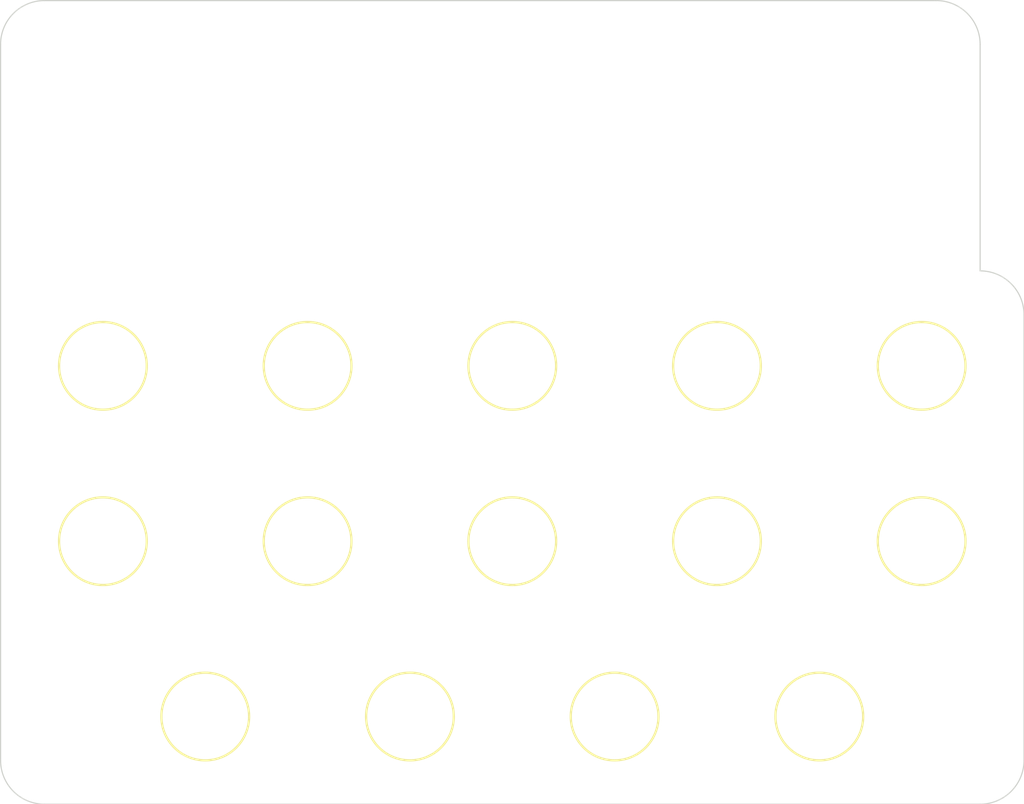
<source format=kicad_pcb>
(kicad_pcb
	(version 20241229)
	(generator "pcbnew")
	(generator_version "9.0")
	(general
		(thickness 0.806)
		(legacy_teardrops no)
	)
	(paper "A4")
	(layers
		(0 "F.Cu" signal)
		(4 "In1.Cu" signal)
		(6 "In2.Cu" signal)
		(2 "B.Cu" signal)
		(9 "F.Adhes" user "F.Adhesive")
		(11 "B.Adhes" user "B.Adhesive")
		(13 "F.Paste" user)
		(15 "B.Paste" user)
		(5 "F.SilkS" user "F.Silkscreen")
		(7 "B.SilkS" user "B.Silkscreen")
		(1 "F.Mask" user)
		(3 "B.Mask" user)
		(17 "Dwgs.User" user "User.Drawings")
		(19 "Cmts.User" user "User.Comments")
		(21 "Eco1.User" user "User.Eco1")
		(23 "Eco2.User" user "User.Eco2")
		(25 "Edge.Cuts" user)
		(27 "Margin" user)
		(31 "F.CrtYd" user "F.Courtyard")
		(29 "B.CrtYd" user "B.Courtyard")
		(35 "F.Fab" user)
		(33 "B.Fab" user)
		(39 "User.1" user)
		(41 "User.2" user)
		(43 "User.3" user)
		(45 "User.4" user)
		(47 "User.5" user)
		(49 "User.6" user)
		(51 "User.7" user)
		(53 "User.8" user)
		(55 "User.9" user)
	)
	(setup
		(stackup
			(layer "F.SilkS"
				(type "Top Silk Screen")
			)
			(layer "F.Paste"
				(type "Top Solder Paste")
			)
			(layer "F.Mask"
				(type "Top Solder Mask")
				(thickness 0.01)
			)
			(layer "F.Cu"
				(type "copper")
				(thickness 0.04)
			)
			(layer "dielectric 1"
				(type "prepreg")
				(thickness 0.138)
				(material "FR4")
				(epsilon_r 4.5)
				(loss_tangent 0.02)
			)
			(layer "In1.Cu"
				(type "copper")
				(thickness 0.035)
			)
			(layer "dielectric 2"
				(type "core")
				(thickness 0.36)
				(material "FR4")
				(epsilon_r 4.5)
				(loss_tangent 0.02)
			)
			(layer "In2.Cu"
				(type "copper")
				(thickness 0.035)
			)
			(layer "dielectric 3"
				(type "prepreg")
				(thickness 0.138)
				(material "FR4")
				(epsilon_r 4.5)
				(loss_tangent 0.02)
			)
			(layer "B.Cu"
				(type "copper")
				(thickness 0.04)
			)
			(layer "B.Mask"
				(type "Bottom Solder Mask")
				(thickness 0.01)
			)
			(layer "B.Paste"
				(type "Bottom Solder Paste")
			)
			(layer "B.SilkS"
				(type "Bottom Silk Screen")
			)
			(copper_finish "None")
			(dielectric_constraints no)
		)
		(pad_to_mask_clearance 0)
		(allow_soldermask_bridges_in_footprints no)
		(tenting front back)
		(aux_axis_origin 50.8 50.8)
		(grid_origin 50.8 50.8)
		(pcbplotparams
			(layerselection 0x00000000_00000000_55d55555_55555500)
			(plot_on_all_layers_selection 0x00000000_00000000_00000000_00000000)
			(disableapertmacros no)
			(usegerberextensions yes)
			(usegerberattributes yes)
			(usegerberadvancedattributes yes)
			(creategerberjobfile no)
			(dashed_line_dash_ratio 12.000000)
			(dashed_line_gap_ratio 3.000000)
			(svgprecision 4)
			(plotframeref no)
			(mode 1)
			(useauxorigin yes)
			(hpglpennumber 1)
			(hpglpenspeed 20)
			(hpglpendiameter 15.000000)
			(pdf_front_fp_property_popups yes)
			(pdf_back_fp_property_popups yes)
			(pdf_metadata yes)
			(pdf_single_document no)
			(dxfpolygonmode yes)
			(dxfimperialunits yes)
			(dxfusepcbnewfont yes)
			(psnegative no)
			(psa4output no)
			(plot_black_and_white yes)
			(plotinvisibletext no)
			(sketchpadsonfab no)
			(plotpadnumbers no)
			(hidednponfab no)
			(sketchdnponfab yes)
			(crossoutdnponfab yes)
			(subtractmaskfromsilk yes)
			(outputformat 1)
			(mirror no)
			(drillshape 0)
			(scaleselection 1)
			(outputdirectory "output/")
		)
	)
	(net 0 "")
	(gr_circle
		(center 68.58 56.515)
		(end 70.485 56.515)
		(stroke
			(width 0.1)
			(type default)
		)
		(fill no)
		(layer "F.SilkS")
		(uuid "006a0931-799c-44a0-a1a6-f46d209f670e")
	)
	(gr_circle
		(center 46.355 64.135)
		(end 48.26 64.135)
		(stroke
			(width 0.1)
			(type default)
		)
		(fill no)
		(layer "F.SilkS")
		(uuid "03d98835-6da7-4ea2-818d-d20921578369")
	)
	(gr_circle
		(center 33.02 56.515)
		(end 34.925 56.515)
		(stroke
			(width 0.1)
			(type default)
		)
		(fill no)
		(layer "F.SilkS")
		(uuid "04336c8c-65a9-4d15-9ab9-3823a15a87d9")
	)
	(gr_circle
		(center 37.465 64.135)
		(end 39.37 64.135)
		(stroke
			(width 0.1)
			(type default)
		)
		(fill no)
		(layer "F.SilkS")
		(uuid "056ba723-8ee3-4c65-9fcb-00a72bd06e15")
	)
	(gr_circle
		(center 50.8 48.895)
		(end 52.705 48.895)
		(stroke
			(width 0.1)
			(type default)
		)
		(fill no)
		(layer "F.SilkS")
		(uuid "11f5d095-3882-4f5a-b50d-2281fe3c7944")
	)
	(gr_circle
		(center 59.69 56.515)
		(end 61.595 56.515)
		(stroke
			(width 0.1)
			(type default)
		)
		(fill no)
		(layer "F.SilkS")
		(uuid "249e31f8-0a50-4598-8423-f5ef2ee4a641")
	)
	(gr_circle
		(center 64.135 64.135)
		(end 66.04 64.135)
		(stroke
			(width 0.1)
			(type default)
		)
		(fill no)
		(layer "F.SilkS")
		(uuid "32c4edd8-b43e-45ae-a646-125c5558845a")
	)
	(gr_circle
		(center 33.02 48.895)
		(end 34.925 48.895)
		(stroke
			(width 0.1)
			(type default)
		)
		(fill no)
		(layer "F.SilkS")
		(uuid "39a012a7-6c13-4594-b4ba-c10ef1ba3472")
	)
	(gr_circle
		(center 55.245 64.135)
		(end 57.15 64.135)
		(stroke
			(width 0.1)
			(type default)
		)
		(fill no)
		(layer "F.SilkS")
		(uuid "50647469-67b6-409e-9c27-3f24922938d7")
	)
	(gr_circle
		(center 68.58 48.895)
		(end 70.485 48.895)
		(stroke
			(width 0.1)
			(type default)
		)
		(fill no)
		(layer "F.SilkS")
		(uuid "79f429b6-90f5-489c-8197-dccb063c8b9e")
	)
	(gr_circle
		(center 50.8 56.515)
		(end 52.705 56.515)
		(stroke
			(width 0.1)
			(type default)
		)
		(fill no)
		(layer "F.SilkS")
		(uuid "91549037-934c-4bf4-97f0-1c94576c08ba")
	)
	(gr_circle
		(center 59.69 48.895)
		(end 61.595 48.895)
		(stroke
			(width 0.1)
			(type default)
		)
		(fill no)
		(layer "F.SilkS")
		(uuid "9f55c862-3a68-4f64-80c2-1a106a8d8df6")
	)
	(gr_circle
		(center 41.91 56.515)
		(end 43.815 56.515)
		(stroke
			(width 0.1)
			(type default)
		)
		(fill no)
		(layer "F.SilkS")
		(uuid "adca83d3-ea06-4650-b66c-ba697fe7a9e3")
	)
	(gr_circle
		(center 41.91 48.895)
		(end 43.815 48.895)
		(stroke
			(width 0.1)
			(type default)
		)
		(fill no)
		(layer "F.SilkS")
		(uuid "dc0471d2-b19f-40d8-9111-164c11f61245")
	)
	(gr_line
		(start 28.575 34.925)
		(end 28.575 66.04)
		(stroke
			(width 0.05)
			(type default)
		)
		(layer "Edge.Cuts")
		(uuid "0ee0b050-2a8f-4ce0-9753-cd081534c93d")
	)
	(gr_arc
		(start 28.575 34.925)
		(mid 29.132962 33.577962)
		(end 30.48 33.02)
		(stroke
			(width 0.05)
			(type default)
		)
		(layer "Edge.Cuts")
		(uuid "19790e60-0d74-4410-812a-72905d9940f8")
	)
	(gr_line
		(start 30.48 33.02)
		(end 69.215 33.02)
		(stroke
			(width 0.05)
			(type default)
		)
		(layer "Edge.Cuts")
		(uuid "3b0e2bef-53fd-4544-a8c6-4f3b565af610")
	)
	(gr_arc
		(start 71.12 44.7675)
		(mid 72.467038 45.325462)
		(end 73.025 46.6725)
		(stroke
			(width 0.05)
			(type default)
		)
		(layer "Edge.Cuts")
		(uuid "55a0d725-97dd-4390-b525-10de48f77499")
	)
	(gr_arc
		(start 30.48 67.945)
		(mid 29.132962 67.387038)
		(end 28.575 66.04)
		(stroke
			(width 0.05)
			(type default)
		)
		(layer "Edge.Cuts")
		(uuid "591960be-64b2-40f1-b2ed-ef03400078a7")
	)
	(gr_line
		(start 73.025 66.04)
		(end 73.025 46.6725)
		(stroke
			(width 0.05)
			(type default)
		)
		(layer "Edge.Cuts")
		(uuid "5ff73f9e-652d-4c6f-b4dd-ca0e1eaf5ff7")
	)
	(gr_line
		(start 71.12 44.7675)
		(end 71.12 34.925)
		(stroke
			(width 0.05)
			(type default)
		)
		(layer "Edge.Cuts")
		(uuid "744c0861-9b0f-4188-a265-73ab750d3b5b")
	)
	(gr_line
		(start 30.48 67.945)
		(end 71.12 67.945)
		(stroke
			(width 0.05)
			(type default)
		)
		(layer "Edge.Cuts")
		(uuid "9c33dcee-28c8-44b4-87d2-5e826e272c8f")
	)
	(gr_arc
		(start 73.025 66.04)
		(mid 72.467038 67.387038)
		(end 71.12 67.945)
		(stroke
			(width 0.05)
			(type default)
		)
		(layer "Edge.Cuts")
		(uuid "b765a063-7a14-40ec-b2f2-eac1a68a73e4")
	)
	(gr_arc
		(start 69.215 33.02)
		(mid 70.562038 33.577962)
		(end 71.12 34.925)
		(stroke
			(width 0.05)
			(type default)
		)
		(layer "Edge.Cuts")
		(uuid "e2695f91-f4d0-4675-9aab-be399717e574")
	)
	(gr_text "M"
		(at 64.135 60.325 0)
		(layer "User.9")
		(uuid "09c31bb5-3c10-473e-af4e-d20d0aaf0001")
		(effects
			(font
				(size 2 2)
				(thickness 0.2)
			)
		)
	)
	(gr_text "J K"
		(at 59.69 52.705 0)
		(layer "User.9")
		(uuid "169a545a-4909-4ffd-837a-d9545a34d678")
		(effects
			(font
				(size 2 2)
				(thickness 0.2)
			)
		)
	)
	(gr_text "U I"
		(at 59.69 45.085 0)
		(layer "User.9")
		(uuid "1b59de5c-913b-4a9d-8e44-a5fe9bf47ea1")
		(effects
			(font
				(size 2 2)
				(thickness 0.2)
			)
		)
	)
	(gr_text "T Y"
		(at 50.8 45.085 0)
		(layer "User.9")
		(uuid "47092b27-e0e8-45b6-8b76-5fe7a496ad9c")
		(effects
			(font
				(size 2 2)
				(thickness 0.2)
			)
		)
	)
	(gr_text "Q W"
		(at 33.02 45.085 0)
		(layer "User.9")
		(uuid "4ecab48c-e0f5-477b-8644-0ce0b9df0036")
		(effects
			(font
				(size 2 2)
				(thickness 0.2)
			)
		)
	)
	(gr_text "G H"
		(at 50.8 52.705 0)
		(layer "User.9")
		(uuid "5f58cce9-82df-46ee-8aa1-209ac5615aac")
		(effects
			(font
				(size 2 2)
				(thickness 0.2)
			)
		)
	)
	(gr_text "C V"
		(at 46.355 60.325 0)
		(layer "User.9")
		(uuid "60166272-77c6-43e2-bf95-68718df1f578")
		(effects
			(font
				(size 2 2)
				(thickness 0.2)
			)
		)
	)
	(gr_text "L"
		(at 68.58 52.705 0)
		(layer "User.9")
		(uuid "74b8cc96-e931-431f-9d77-f0df6be1aca0")
		(effects
			(font
				(size 2 2)
				(thickness 0.2)
			)
		)
	)
	(gr_text "B N"
		(at 55.245 60.325 0)
		(layer "User.9")
		(uuid "7efa3aab-ec1e-48a4-b572-5631ff7ec4fd")
		(effects
			(font
				(size 2 2)
				(thickness 0.2)
			)
		)
	)
	(gr_text "D F"
		(at 41.91 52.705 0)
		(layer "User.9")
		(uuid "84730c8f-d253-4f2d-838e-c0b82c4ce7c9")
		(effects
			(font
				(size 2 2)
				(thickness 0.2)
			)
		)
	)
	(gr_text "E R"
		(at 41.91 45.085 0)
		(layer "User.9")
		(uuid "9cf9b32a-eb9e-44f4-922c-fc1373118bf7")
		(effects
			(font
				(size 2 2)
				(thickness 0.2)
			)
		)
	)
	(gr_text "A S"
		(at 33.02 52.705 0)
		(layer "User.9")
		(uuid "a0730161-30a4-45c1-b7aa-abe55e360c3a")
		(effects
			(font
				(size 2 2)
				(thickness 0.2)
			)
		)
	)
	(gr_text "Z X"
		(at 37.465 60.325 0)
		(layer "User.9")
		(uuid "c0aa1e6e-cf66-4052-8909-81c6c8561c02")
		(effects
			(font
				(size 2 2)
				(thickness 0.2)
			)
		)
	)
	(gr_text "O P"
		(at 68.58 45.085 0)
		(layer "User.9")
		(uuid "c97575ef-3fca-4e65-9462-e0b9d05f9f29")
		(effects
			(font
				(size 2 2)
				(thickness 0.2)
			)
		)
	)
	(embedded_fonts no)
)

</source>
